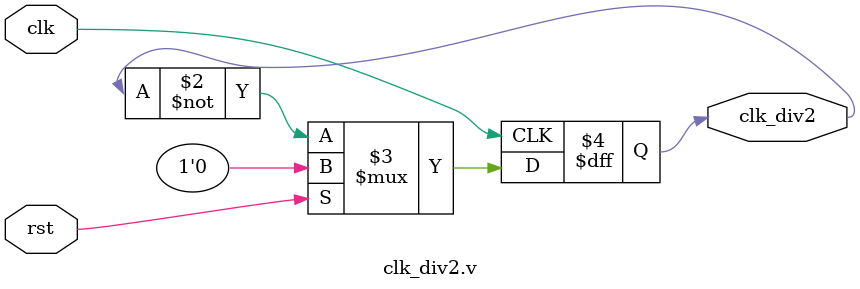
<source format=v>
module clk_div2.v(
	input		clk,
	input		rst,
	output reg	clk_div2
);

always @(posedge clk)
begin
	clk_div2 <= (rst) ? 1'b0 : ~clk_div2;
end

endmodule

</source>
